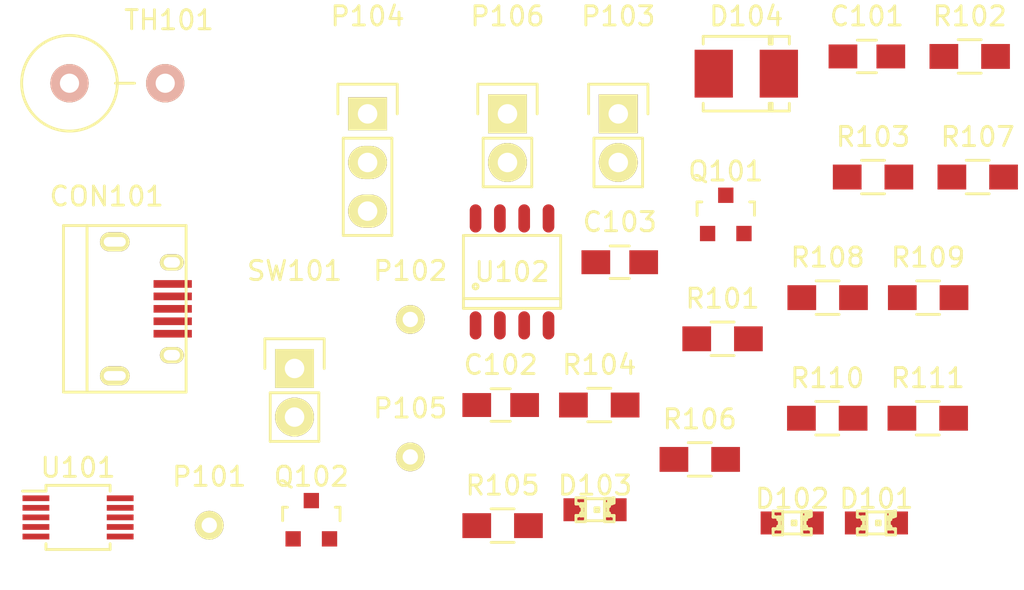
<source format=kicad_pcb>
(kicad_pcb (version 4) (host pcbnew "(2015-04-23 BZR 5622)-product")

  (general
    (links 61)
    (no_connects 61)
    (area 0 0 0 0)
    (thickness 1.6)
    (drawings 0)
    (tracks 0)
    (zones 0)
    (modules 31)
    (nets 23)
  )

  (page A4)
  (layers
    (0 F.Cu signal)
    (31 B.Cu signal)
    (32 B.Adhes user)
    (33 F.Adhes user)
    (34 B.Paste user)
    (35 F.Paste user)
    (36 B.SilkS user)
    (37 F.SilkS user)
    (38 B.Mask user)
    (39 F.Mask user)
    (40 Dwgs.User user)
    (41 Cmts.User user)
    (42 Eco1.User user)
    (43 Eco2.User user)
    (44 Edge.Cuts user)
    (45 Margin user)
    (46 B.CrtYd user)
    (47 F.CrtYd user)
    (48 B.Fab user)
    (49 F.Fab user)
  )

  (setup
    (last_trace_width 0.25)
    (trace_clearance 0.2)
    (zone_clearance 0.508)
    (zone_45_only no)
    (trace_min 0.2)
    (segment_width 0.2)
    (edge_width 0.1)
    (via_size 0.6)
    (via_drill 0.4)
    (via_min_size 0.4)
    (via_min_drill 0.3)
    (uvia_size 0.3)
    (uvia_drill 0.1)
    (uvias_allowed no)
    (uvia_min_size 0.2)
    (uvia_min_drill 0.1)
    (pcb_text_width 0.3)
    (pcb_text_size 1.5 1.5)
    (mod_edge_width 0.15)
    (mod_text_size 1 1)
    (mod_text_width 0.15)
    (pad_size 1.5 1.5)
    (pad_drill 0.6)
    (pad_to_mask_clearance 0)
    (aux_axis_origin 0 0)
    (visible_elements FFFFF77F)
    (pcbplotparams
      (layerselection 0x00030_80000001)
      (usegerberextensions false)
      (excludeedgelayer true)
      (linewidth 0.100000)
      (plotframeref false)
      (viasonmask false)
      (mode 1)
      (useauxorigin false)
      (hpglpennumber 1)
      (hpglpenspeed 20)
      (hpglpendiameter 15)
      (hpglpenoverlay 2)
      (psnegative false)
      (psa4output false)
      (plotreference true)
      (plotvalue true)
      (plotinvisibletext false)
      (padsonsilk false)
      (subtractmaskfromsilk false)
      (outputformat 1)
      (mirror false)
      (drillshape 1)
      (scaleselection 1)
      (outputdirectory ""))
  )

  (net 0 "")
  (net 1 "Net-(C101-Pad1)")
  (net 2 GND)
  (net 3 "Net-(C102-Pad1)")
  (net 4 "Net-(C103-Pad1)")
  (net 5 "Net-(CON101-Pad2)")
  (net 6 "Net-(CON101-Pad3)")
  (net 7 "Net-(CON101-Pad4)")
  (net 8 "Net-(D101-Pad2)")
  (net 9 "Net-(D102-Pad2)")
  (net 10 "Net-(D103-Pad2)")
  (net 11 "Net-(P104-Pad1)")
  (net 12 "Net-(P104-Pad2)")
  (net 13 "Net-(Q101-Pad1)")
  (net 14 "Net-(Q101-Pad3)")
  (net 15 "Net-(Q102-Pad1)")
  (net 16 "Net-(Q102-Pad3)")
  (net 17 "Net-(R104-Pad1)")
  (net 18 "Net-(R105-Pad1)")
  (net 19 "Net-(R107-Pad1)")
  (net 20 "Net-(R108-Pad1)")
  (net 21 "Net-(TH101-Pad2)")
  (net 22 "Net-(D104-Pad2)")

  (net_class Default "This is the default net class."
    (clearance 0.2)
    (trace_width 0.25)
    (via_dia 0.6)
    (via_drill 0.4)
    (uvia_dia 0.3)
    (uvia_drill 0.1)
    (add_net GND)
    (add_net "Net-(C101-Pad1)")
    (add_net "Net-(C102-Pad1)")
    (add_net "Net-(C103-Pad1)")
    (add_net "Net-(CON101-Pad2)")
    (add_net "Net-(CON101-Pad3)")
    (add_net "Net-(CON101-Pad4)")
    (add_net "Net-(D101-Pad2)")
    (add_net "Net-(D102-Pad2)")
    (add_net "Net-(D103-Pad2)")
    (add_net "Net-(D104-Pad2)")
    (add_net "Net-(P104-Pad1)")
    (add_net "Net-(P104-Pad2)")
    (add_net "Net-(Q101-Pad1)")
    (add_net "Net-(Q101-Pad3)")
    (add_net "Net-(Q102-Pad1)")
    (add_net "Net-(Q102-Pad3)")
    (add_net "Net-(R104-Pad1)")
    (add_net "Net-(R105-Pad1)")
    (add_net "Net-(R107-Pad1)")
    (add_net "Net-(R108-Pad1)")
    (add_net "Net-(TH101-Pad2)")
  )

  (module Capacitors_SMD:C_0805_HandSoldering (layer F.Cu) (tedit 541A9B8D) (tstamp 553CADB3)
    (at 165.069001 109.0922)
    (descr "Capacitor SMD 0805, hand soldering")
    (tags "capacitor 0805")
    (path /553C079A)
    (attr smd)
    (fp_text reference C101 (at 0 -2.1) (layer F.SilkS)
      (effects (font (size 1 1) (thickness 0.15)))
    )
    (fp_text value 4.7uf (at 0 2.1) (layer F.Fab)
      (effects (font (size 1 1) (thickness 0.15)))
    )
    (fp_line (start -2.3 -1) (end 2.3 -1) (layer F.CrtYd) (width 0.05))
    (fp_line (start -2.3 1) (end 2.3 1) (layer F.CrtYd) (width 0.05))
    (fp_line (start -2.3 -1) (end -2.3 1) (layer F.CrtYd) (width 0.05))
    (fp_line (start 2.3 -1) (end 2.3 1) (layer F.CrtYd) (width 0.05))
    (fp_line (start 0.5 -0.85) (end -0.5 -0.85) (layer F.SilkS) (width 0.15))
    (fp_line (start -0.5 0.85) (end 0.5 0.85) (layer F.SilkS) (width 0.15))
    (pad 1 smd rect (at -1.25 0) (size 1.5 1.25) (layers F.Cu F.Paste F.Mask)
      (net 1 "Net-(C101-Pad1)"))
    (pad 2 smd rect (at 1.25 0) (size 1.5 1.25) (layers F.Cu F.Paste F.Mask)
      (net 2 GND))
    (model Capacitors_SMD.3dshapes/C_0805_HandSoldering.wrl
      (at (xyz 0 0 0))
      (scale (xyz 1 1 1))
      (rotate (xyz 0 0 0))
    )
  )

  (module Capacitors_SMD:C_0805_HandSoldering (layer F.Cu) (tedit 541A9B8D) (tstamp 553CADB9)
    (at 145.939001 127.3022)
    (descr "Capacitor SMD 0805, hand soldering")
    (tags "capacitor 0805")
    (path /5538BD00)
    (attr smd)
    (fp_text reference C102 (at 0 -2.1) (layer F.SilkS)
      (effects (font (size 1 1) (thickness 0.15)))
    )
    (fp_text value 4.7uf (at 0 2.1) (layer F.Fab)
      (effects (font (size 1 1) (thickness 0.15)))
    )
    (fp_line (start -2.3 -1) (end 2.3 -1) (layer F.CrtYd) (width 0.05))
    (fp_line (start -2.3 1) (end 2.3 1) (layer F.CrtYd) (width 0.05))
    (fp_line (start -2.3 -1) (end -2.3 1) (layer F.CrtYd) (width 0.05))
    (fp_line (start 2.3 -1) (end 2.3 1) (layer F.CrtYd) (width 0.05))
    (fp_line (start 0.5 -0.85) (end -0.5 -0.85) (layer F.SilkS) (width 0.15))
    (fp_line (start -0.5 0.85) (end 0.5 0.85) (layer F.SilkS) (width 0.15))
    (pad 1 smd rect (at -1.25 0) (size 1.5 1.25) (layers F.Cu F.Paste F.Mask)
      (net 3 "Net-(C102-Pad1)"))
    (pad 2 smd rect (at 1.25 0) (size 1.5 1.25) (layers F.Cu F.Paste F.Mask)
      (net 2 GND))
    (model Capacitors_SMD.3dshapes/C_0805_HandSoldering.wrl
      (at (xyz 0 0 0))
      (scale (xyz 1 1 1))
      (rotate (xyz 0 0 0))
    )
  )

  (module Capacitors_SMD:C_0805_HandSoldering (layer F.Cu) (tedit 541A9B8D) (tstamp 553CADBF)
    (at 152.159001 119.8422)
    (descr "Capacitor SMD 0805, hand soldering")
    (tags "capacitor 0805")
    (path /5538B5A3)
    (attr smd)
    (fp_text reference C103 (at 0 -2.1) (layer F.SilkS)
      (effects (font (size 1 1) (thickness 0.15)))
    )
    (fp_text value 1uf (at 0 2.1) (layer F.Fab)
      (effects (font (size 1 1) (thickness 0.15)))
    )
    (fp_line (start -2.3 -1) (end 2.3 -1) (layer F.CrtYd) (width 0.05))
    (fp_line (start -2.3 1) (end 2.3 1) (layer F.CrtYd) (width 0.05))
    (fp_line (start -2.3 -1) (end -2.3 1) (layer F.CrtYd) (width 0.05))
    (fp_line (start 2.3 -1) (end 2.3 1) (layer F.CrtYd) (width 0.05))
    (fp_line (start 0.5 -0.85) (end -0.5 -0.85) (layer F.SilkS) (width 0.15))
    (fp_line (start -0.5 0.85) (end 0.5 0.85) (layer F.SilkS) (width 0.15))
    (pad 1 smd rect (at -1.25 0) (size 1.5 1.25) (layers F.Cu F.Paste F.Mask)
      (net 4 "Net-(C103-Pad1)"))
    (pad 2 smd rect (at 1.25 0) (size 1.5 1.25) (layers F.Cu F.Paste F.Mask)
      (net 2 GND))
    (model Capacitors_SMD.3dshapes/C_0805_HandSoldering.wrl
      (at (xyz 0 0 0))
      (scale (xyz 1 1 1))
      (rotate (xyz 0 0 0))
    )
  )

  (module CSBattery:USB_Micro-B_Custom (layer F.Cu) (tedit 553C9DA6) (tstamp 553CADD1)
    (at 126.194428 122.2726)
    (descr "Micro USB Type B Receptacle")
    (tags "USB, micro, type B, receptacle")
    (path /5537FC70)
    (fp_text reference CON101 (at -0.839 -5.8704) (layer F.SilkS)
      (effects (font (size 1 1) (thickness 0.15)))
    )
    (fp_text value USB-MICRO-B (at -0.714 6.2046) (layer F.Fab)
      (effects (font (size 1 1) (thickness 0.15)))
    )
    (fp_line (start -3.094 -4.3454) (end -3.094 4.3546) (layer F.SilkS) (width 0.15))
    (fp_line (start 3.311 -4.3454) (end 3.311 4.3546) (layer F.SilkS) (width 0.15))
    (fp_line (start 3.311 4.3546) (end -3.094 4.3546) (layer F.SilkS) (width 0.15))
    (fp_line (start -1.864 4.3546) (end -1.864 -4.3454) (layer F.SilkS) (width 0.15))
    (fp_line (start -3.094 -4.3454) (end 3.311 -4.3454) (layer F.SilkS) (width 0.15))
    (pad 1 smd rect (at 2.6114 -1.2954) (size 2 0.4) (layers F.Cu F.Paste F.Mask)
      (net 1 "Net-(C101-Pad1)"))
    (pad 2 smd rect (at 2.6114 -0.6454) (size 2 0.4) (layers F.Cu F.Paste F.Mask)
      (net 5 "Net-(CON101-Pad2)"))
    (pad 3 smd rect (at 2.6114 0.0046) (size 2 0.4) (layers F.Cu F.Paste F.Mask)
      (net 6 "Net-(CON101-Pad3)"))
    (pad 4 smd rect (at 2.6114 0.6546) (size 2 0.4) (layers F.Cu F.Paste F.Mask)
      (net 7 "Net-(CON101-Pad4)"))
    (pad 5 smd rect (at 2.6114 1.3046) (size 2 0.4) (layers F.Cu F.Paste F.Mask)
      (net 2 GND))
    (pad 6 thru_hole oval (at 2.566 -2.4204) (size 1.25 0.85) (drill oval 0.85 0.55) (layers *.Cu *.Mask F.SilkS)
      (net 2 GND))
    (pad 7 thru_hole oval (at 2.566 2.4246) (size 1.25 0.85) (drill oval 0.85 0.55) (layers *.Cu *.Mask F.SilkS)
      (net 2 GND))
    (pad 8 thru_hole oval (at -0.414 -3.4954) (size 1.55 1) (drill oval 1.15 0.5) (layers *.Cu *.Mask F.SilkS)
      (net 2 GND))
    (pad 9 thru_hole oval (at -0.414 3.5046) (size 1.55 1) (drill oval 1.15 0.5) (layers *.Cu *.Mask F.SilkS)
      (net 2 GND))
  )

  (module LEDs:LED-0805 (layer F.Cu) (tedit 0) (tstamp 553CADD7)
    (at 165.567571 133.4622)
    (descr "LED 0805 smd package")
    (tags "LED 0805 SMD")
    (path /55390065)
    (attr smd)
    (fp_text reference D101 (at 0 -1.27) (layer F.SilkS)
      (effects (font (size 1 1) (thickness 0.15)))
    )
    (fp_text value LED (at 0 1.27) (layer F.Fab)
      (effects (font (size 1 1) (thickness 0.15)))
    )
    (fp_line (start 0.49784 0.29972) (end 0.49784 0.62484) (layer F.SilkS) (width 0.15))
    (fp_line (start 0.49784 0.62484) (end 0.99822 0.62484) (layer F.SilkS) (width 0.15))
    (fp_line (start 0.99822 0.29972) (end 0.99822 0.62484) (layer F.SilkS) (width 0.15))
    (fp_line (start 0.49784 0.29972) (end 0.99822 0.29972) (layer F.SilkS) (width 0.15))
    (fp_line (start 0.49784 -0.32258) (end 0.49784 -0.17272) (layer F.SilkS) (width 0.15))
    (fp_line (start 0.49784 -0.17272) (end 0.7493 -0.17272) (layer F.SilkS) (width 0.15))
    (fp_line (start 0.7493 -0.32258) (end 0.7493 -0.17272) (layer F.SilkS) (width 0.15))
    (fp_line (start 0.49784 -0.32258) (end 0.7493 -0.32258) (layer F.SilkS) (width 0.15))
    (fp_line (start 0.49784 0.17272) (end 0.49784 0.32258) (layer F.SilkS) (width 0.15))
    (fp_line (start 0.49784 0.32258) (end 0.7493 0.32258) (layer F.SilkS) (width 0.15))
    (fp_line (start 0.7493 0.17272) (end 0.7493 0.32258) (layer F.SilkS) (width 0.15))
    (fp_line (start 0.49784 0.17272) (end 0.7493 0.17272) (layer F.SilkS) (width 0.15))
    (fp_line (start 0.49784 -0.19812) (end 0.49784 0.19812) (layer F.SilkS) (width 0.15))
    (fp_line (start 0.49784 0.19812) (end 0.6731 0.19812) (layer F.SilkS) (width 0.15))
    (fp_line (start 0.6731 -0.19812) (end 0.6731 0.19812) (layer F.SilkS) (width 0.15))
    (fp_line (start 0.49784 -0.19812) (end 0.6731 -0.19812) (layer F.SilkS) (width 0.15))
    (fp_line (start -0.99822 0.29972) (end -0.99822 0.62484) (layer F.SilkS) (width 0.15))
    (fp_line (start -0.99822 0.62484) (end -0.49784 0.62484) (layer F.SilkS) (width 0.15))
    (fp_line (start -0.49784 0.29972) (end -0.49784 0.62484) (layer F.SilkS) (width 0.15))
    (fp_line (start -0.99822 0.29972) (end -0.49784 0.29972) (layer F.SilkS) (width 0.15))
    (fp_line (start -0.99822 -0.62484) (end -0.99822 -0.29972) (layer F.SilkS) (width 0.15))
    (fp_line (start -0.99822 -0.29972) (end -0.49784 -0.29972) (layer F.SilkS) (width 0.15))
    (fp_line (start -0.49784 -0.62484) (end -0.49784 -0.29972) (layer F.SilkS) (width 0.15))
    (fp_line (start -0.99822 -0.62484) (end -0.49784 -0.62484) (layer F.SilkS) (width 0.15))
    (fp_line (start -0.7493 0.17272) (end -0.7493 0.32258) (layer F.SilkS) (width 0.15))
    (fp_line (start -0.7493 0.32258) (end -0.49784 0.32258) (layer F.SilkS) (width 0.15))
    (fp_line (start -0.49784 0.17272) (end -0.49784 0.32258) (layer F.SilkS) (width 0.15))
    (fp_line (start -0.7493 0.17272) (end -0.49784 0.17272) (layer F.SilkS) (width 0.15))
    (fp_line (start -0.7493 -0.32258) (end -0.7493 -0.17272) (layer F.SilkS) (width 0.15))
    (fp_line (start -0.7493 -0.17272) (end -0.49784 -0.17272) (layer F.SilkS) (width 0.15))
    (fp_line (start -0.49784 -0.32258) (end -0.49784 -0.17272) (layer F.SilkS) (width 0.15))
    (fp_line (start -0.7493 -0.32258) (end -0.49784 -0.32258) (layer F.SilkS) (width 0.15))
    (fp_line (start -0.6731 -0.19812) (end -0.6731 0.19812) (layer F.SilkS) (width 0.15))
    (fp_line (start -0.6731 0.19812) (end -0.49784 0.19812) (layer F.SilkS) (width 0.15))
    (fp_line (start -0.49784 -0.19812) (end -0.49784 0.19812) (layer F.SilkS) (width 0.15))
    (fp_line (start -0.6731 -0.19812) (end -0.49784 -0.19812) (layer F.SilkS) (width 0.15))
    (fp_line (start 0 -0.09906) (end 0 0.09906) (layer F.SilkS) (width 0.15))
    (fp_line (start 0 0.09906) (end 0.19812 0.09906) (layer F.SilkS) (width 0.15))
    (fp_line (start 0.19812 -0.09906) (end 0.19812 0.09906) (layer F.SilkS) (width 0.15))
    (fp_line (start 0 -0.09906) (end 0.19812 -0.09906) (layer F.SilkS) (width 0.15))
    (fp_line (start 0.49784 -0.59944) (end 0.49784 -0.29972) (layer F.SilkS) (width 0.15))
    (fp_line (start 0.49784 -0.29972) (end 0.79756 -0.29972) (layer F.SilkS) (width 0.15))
    (fp_line (start 0.79756 -0.59944) (end 0.79756 -0.29972) (layer F.SilkS) (width 0.15))
    (fp_line (start 0.49784 -0.59944) (end 0.79756 -0.59944) (layer F.SilkS) (width 0.15))
    (fp_line (start 0.92456 -0.62484) (end 0.92456 -0.39878) (layer F.SilkS) (width 0.15))
    (fp_line (start 0.92456 -0.39878) (end 0.99822 -0.39878) (layer F.SilkS) (width 0.15))
    (fp_line (start 0.99822 -0.62484) (end 0.99822 -0.39878) (layer F.SilkS) (width 0.15))
    (fp_line (start 0.92456 -0.62484) (end 0.99822 -0.62484) (layer F.SilkS) (width 0.15))
    (fp_line (start 0.52324 0.57404) (end -0.52324 0.57404) (layer F.SilkS) (width 0.15))
    (fp_line (start -0.49784 -0.57404) (end 0.92456 -0.57404) (layer F.SilkS) (width 0.15))
    (fp_circle (center 0.84836 -0.44958) (end 0.89916 -0.50038) (layer F.SilkS) (width 0.15))
    (fp_arc (start 0.99822 0) (end 0.99822 0.34798) (angle 180) (layer F.SilkS) (width 0.15))
    (fp_arc (start -0.99822 0) (end -0.99822 -0.34798) (angle 180) (layer F.SilkS) (width 0.15))
    (pad 1 smd rect (at -1.04902 0) (size 1.19888 1.19888) (layers F.Cu F.Paste F.Mask)
      (net 1 "Net-(C101-Pad1)"))
    (pad 2 smd rect (at 1.04902 0) (size 1.19888 1.19888) (layers F.Cu F.Paste F.Mask)
      (net 8 "Net-(D101-Pad2)"))
  )

  (module LEDs:LED-0805 (layer F.Cu) (tedit 0) (tstamp 553CADDD)
    (at 161.167571 133.4622)
    (descr "LED 0805 smd package")
    (tags "LED 0805 SMD")
    (path /5538F146)
    (attr smd)
    (fp_text reference D102 (at 0 -1.27) (layer F.SilkS)
      (effects (font (size 1 1) (thickness 0.15)))
    )
    (fp_text value LED (at 0 1.27) (layer F.Fab)
      (effects (font (size 1 1) (thickness 0.15)))
    )
    (fp_line (start 0.49784 0.29972) (end 0.49784 0.62484) (layer F.SilkS) (width 0.15))
    (fp_line (start 0.49784 0.62484) (end 0.99822 0.62484) (layer F.SilkS) (width 0.15))
    (fp_line (start 0.99822 0.29972) (end 0.99822 0.62484) (layer F.SilkS) (width 0.15))
    (fp_line (start 0.49784 0.29972) (end 0.99822 0.29972) (layer F.SilkS) (width 0.15))
    (fp_line (start 0.49784 -0.32258) (end 0.49784 -0.17272) (layer F.SilkS) (width 0.15))
    (fp_line (start 0.49784 -0.17272) (end 0.7493 -0.17272) (layer F.SilkS) (width 0.15))
    (fp_line (start 0.7493 -0.32258) (end 0.7493 -0.17272) (layer F.SilkS) (width 0.15))
    (fp_line (start 0.49784 -0.32258) (end 0.7493 -0.32258) (layer F.SilkS) (width 0.15))
    (fp_line (start 0.49784 0.17272) (end 0.49784 0.32258) (layer F.SilkS) (width 0.15))
    (fp_line (start 0.49784 0.32258) (end 0.7493 0.32258) (layer F.SilkS) (width 0.15))
    (fp_line (start 0.7493 0.17272) (end 0.7493 0.32258) (layer F.SilkS) (width 0.15))
    (fp_line (start 0.49784 0.17272) (end 0.7493 0.17272) (layer F.SilkS) (width 0.15))
    (fp_line (start 0.49784 -0.19812) (end 0.49784 0.19812) (layer F.SilkS) (width 0.15))
    (fp_line (start 0.49784 0.19812) (end 0.6731 0.19812) (layer F.SilkS) (width 0.15))
    (fp_line (start 0.6731 -0.19812) (end 0.6731 0.19812) (layer F.SilkS) (width 0.15))
    (fp_line (start 0.49784 -0.19812) (end 0.6731 -0.19812) (layer F.SilkS) (width 0.15))
    (fp_line (start -0.99822 0.29972) (end -0.99822 0.62484) (layer F.SilkS) (width 0.15))
    (fp_line (start -0.99822 0.62484) (end -0.49784 0.62484) (layer F.SilkS) (width 0.15))
    (fp_line (start -0.49784 0.29972) (end -0.49784 0.62484) (layer F.SilkS) (width 0.15))
    (fp_line (start -0.99822 0.29972) (end -0.49784 0.29972) (layer F.SilkS) (width 0.15))
    (fp_line (start -0.99822 -0.62484) (end -0.99822 -0.29972) (layer F.SilkS) (width 0.15))
    (fp_line (start -0.99822 -0.29972) (end -0.49784 -0.29972) (layer F.SilkS) (width 0.15))
    (fp_line (start -0.49784 -0.62484) (end -0.49784 -0.29972) (layer F.SilkS) (width 0.15))
    (fp_line (start -0.99822 -0.62484) (end -0.49784 -0.62484) (layer F.SilkS) (width 0.15))
    (fp_line (start -0.7493 0.17272) (end -0.7493 0.32258) (layer F.SilkS) (width 0.15))
    (fp_line (start -0.7493 0.32258) (end -0.49784 0.32258) (layer F.SilkS) (width 0.15))
    (fp_line (start -0.49784 0.17272) (end -0.49784 0.32258) (layer F.SilkS) (width 0.15))
    (fp_line (start -0.7493 0.17272) (end -0.49784 0.17272) (layer F.SilkS) (width 0.15))
    (fp_line (start -0.7493 -0.32258) (end -0.7493 -0.17272) (layer F.SilkS) (width 0.15))
    (fp_line (start -0.7493 -0.17272) (end -0.49784 -0.17272) (layer F.SilkS) (width 0.15))
    (fp_line (start -0.49784 -0.32258) (end -0.49784 -0.17272) (layer F.SilkS) (width 0.15))
    (fp_line (start -0.7493 -0.32258) (end -0.49784 -0.32258) (layer F.SilkS) (width 0.15))
    (fp_line (start -0.6731 -0.19812) (end -0.6731 0.19812) (layer F.SilkS) (width 0.15))
    (fp_line (start -0.6731 0.19812) (end -0.49784 0.19812) (layer F.SilkS) (width 0.15))
    (fp_line (start -0.49784 -0.19812) (end -0.49784 0.19812) (layer F.SilkS) (width 0.15))
    (fp_line (start -0.6731 -0.19812) (end -0.49784 -0.19812) (layer F.SilkS) (width 0.15))
    (fp_line (start 0 -0.09906) (end 0 0.09906) (layer F.SilkS) (width 0.15))
    (fp_line (start 0 0.09906) (end 0.19812 0.09906) (layer F.SilkS) (width 0.15))
    (fp_line (start 0.19812 -0.09906) (end 0.19812 0.09906) (layer F.SilkS) (width 0.15))
    (fp_line (start 0 -0.09906) (end 0.19812 -0.09906) (layer F.SilkS) (width 0.15))
    (fp_line (start 0.49784 -0.59944) (end 0.49784 -0.29972) (layer F.SilkS) (width 0.15))
    (fp_line (start 0.49784 -0.29972) (end 0.79756 -0.29972) (layer F.SilkS) (width 0.15))
    (fp_line (start 0.79756 -0.59944) (end 0.79756 -0.29972) (layer F.SilkS) (width 0.15))
    (fp_line (start 0.49784 -0.59944) (end 0.79756 -0.59944) (layer F.SilkS) (width 0.15))
    (fp_line (start 0.92456 -0.62484) (end 0.92456 -0.39878) (layer F.SilkS) (width 0.15))
    (fp_line (start 0.92456 -0.39878) (end 0.99822 -0.39878) (layer F.SilkS) (width 0.15))
    (fp_line (start 0.99822 -0.62484) (end 0.99822 -0.39878) (layer F.SilkS) (width 0.15))
    (fp_line (start 0.92456 -0.62484) (end 0.99822 -0.62484) (layer F.SilkS) (width 0.15))
    (fp_line (start 0.52324 0.57404) (end -0.52324 0.57404) (layer F.SilkS) (width 0.15))
    (fp_line (start -0.49784 -0.57404) (end 0.92456 -0.57404) (layer F.SilkS) (width 0.15))
    (fp_circle (center 0.84836 -0.44958) (end 0.89916 -0.50038) (layer F.SilkS) (width 0.15))
    (fp_arc (start 0.99822 0) (end 0.99822 0.34798) (angle 180) (layer F.SilkS) (width 0.15))
    (fp_arc (start -0.99822 0) (end -0.99822 -0.34798) (angle 180) (layer F.SilkS) (width 0.15))
    (pad 1 smd rect (at -1.04902 0) (size 1.19888 1.19888) (layers F.Cu F.Paste F.Mask)
      (net 1 "Net-(C101-Pad1)"))
    (pad 2 smd rect (at 1.04902 0) (size 1.19888 1.19888) (layers F.Cu F.Paste F.Mask)
      (net 9 "Net-(D102-Pad2)"))
  )

  (module LEDs:LED-0805 (layer F.Cu) (tedit 0) (tstamp 553CADE3)
    (at 150.867571 132.7722)
    (descr "LED 0805 smd package")
    (tags "LED 0805 SMD")
    (path /5538F1AF)
    (attr smd)
    (fp_text reference D103 (at 0 -1.27) (layer F.SilkS)
      (effects (font (size 1 1) (thickness 0.15)))
    )
    (fp_text value LED (at 0 1.27) (layer F.Fab)
      (effects (font (size 1 1) (thickness 0.15)))
    )
    (fp_line (start 0.49784 0.29972) (end 0.49784 0.62484) (layer F.SilkS) (width 0.15))
    (fp_line (start 0.49784 0.62484) (end 0.99822 0.62484) (layer F.SilkS) (width 0.15))
    (fp_line (start 0.99822 0.29972) (end 0.99822 0.62484) (layer F.SilkS) (width 0.15))
    (fp_line (start 0.49784 0.29972) (end 0.99822 0.29972) (layer F.SilkS) (width 0.15))
    (fp_line (start 0.49784 -0.32258) (end 0.49784 -0.17272) (layer F.SilkS) (width 0.15))
    (fp_line (start 0.49784 -0.17272) (end 0.7493 -0.17272) (layer F.SilkS) (width 0.15))
    (fp_line (start 0.7493 -0.32258) (end 0.7493 -0.17272) (layer F.SilkS) (width 0.15))
    (fp_line (start 0.49784 -0.32258) (end 0.7493 -0.32258) (layer F.SilkS) (width 0.15))
    (fp_line (start 0.49784 0.17272) (end 0.49784 0.32258) (layer F.SilkS) (width 0.15))
    (fp_line (start 0.49784 0.32258) (end 0.7493 0.32258) (layer F.SilkS) (width 0.15))
    (fp_line (start 0.7493 0.17272) (end 0.7493 0.32258) (layer F.SilkS) (width 0.15))
    (fp_line (start 0.49784 0.17272) (end 0.7493 0.17272) (layer F.SilkS) (width 0.15))
    (fp_line (start 0.49784 -0.19812) (end 0.49784 0.19812) (layer F.SilkS) (width 0.15))
    (fp_line (start 0.49784 0.19812) (end 0.6731 0.19812) (layer F.SilkS) (width 0.15))
    (fp_line (start 0.6731 -0.19812) (end 0.6731 0.19812) (layer F.SilkS) (width 0.15))
    (fp_line (start 0.49784 -0.19812) (end 0.6731 -0.19812) (layer F.SilkS) (width 0.15))
    (fp_line (start -0.99822 0.29972) (end -0.99822 0.62484) (layer F.SilkS) (width 0.15))
    (fp_line (start -0.99822 0.62484) (end -0.49784 0.62484) (layer F.SilkS) (width 0.15))
    (fp_line (start -0.49784 0.29972) (end -0.49784 0.62484) (layer F.SilkS) (width 0.15))
    (fp_line (start -0.99822 0.29972) (end -0.49784 0.29972) (layer F.SilkS) (width 0.15))
    (fp_line (start -0.99822 -0.62484) (end -0.99822 -0.29972) (layer F.SilkS) (width 0.15))
    (fp_line (start -0.99822 -0.29972) (end -0.49784 -0.29972) (layer F.SilkS) (width 0.15))
    (fp_line (start -0.49784 -0.62484) (end -0.49784 -0.29972) (layer F.SilkS) (width 0.15))
    (fp_line (start -0.99822 -0.62484) (end -0.49784 -0.62484) (layer F.SilkS) (width 0.15))
    (fp_line (start -0.7493 0.17272) (end -0.7493 0.32258) (layer F.SilkS) (width 0.15))
    (fp_line (start -0.7493 0.32258) (end -0.49784 0.32258) (layer F.SilkS) (width 0.15))
    (fp_line (start -0.49784 0.17272) (end -0.49784 0.32258) (layer F.SilkS) (width 0.15))
    (fp_line (start -0.7493 0.17272) (end -0.49784 0.17272) (layer F.SilkS) (width 0.15))
    (fp_line (start -0.7493 -0.32258) (end -0.7493 -0.17272) (layer F.SilkS) (width 0.15))
    (fp_line (start -0.7493 -0.17272) (end -0.49784 -0.17272) (layer F.SilkS) (width 0.15))
    (fp_line (start -0.49784 -0.32258) (end -0.49784 -0.17272) (layer F.SilkS) (width 0.15))
    (fp_line (start -0.7493 -0.32258) (end -0.49784 -0.32258) (layer F.SilkS) (width 0.15))
    (fp_line (start -0.6731 -0.19812) (end -0.6731 0.19812) (layer F.SilkS) (width 0.15))
    (fp_line (start -0.6731 0.19812) (end -0.49784 0.19812) (layer F.SilkS) (width 0.15))
    (fp_line (start -0.49784 -0.19812) (end -0.49784 0.19812) (layer F.SilkS) (width 0.15))
    (fp_line (start -0.6731 -0.19812) (end -0.49784 -0.19812) (layer F.SilkS) (width 0.15))
    (fp_line (start 0 -0.09906) (end 0 0.09906) (layer F.SilkS) (width 0.15))
    (fp_line (start 0 0.09906) (end 0.19812 0.09906) (layer F.SilkS) (width 0.15))
    (fp_line (start 0.19812 -0.09906) (end 0.19812 0.09906) (layer F.SilkS) (width 0.15))
    (fp_line (start 0 -0.09906) (end 0.19812 -0.09906) (layer F.SilkS) (width 0.15))
    (fp_line (start 0.49784 -0.59944) (end 0.49784 -0.29972) (layer F.SilkS) (width 0.15))
    (fp_line (start 0.49784 -0.29972) (end 0.79756 -0.29972) (layer F.SilkS) (width 0.15))
    (fp_line (start 0.79756 -0.59944) (end 0.79756 -0.29972) (layer F.SilkS) (width 0.15))
    (fp_line (start 0.49784 -0.59944) (end 0.79756 -0.59944) (layer F.SilkS) (width 0.15))
    (fp_line (start 0.92456 -0.62484) (end 0.92456 -0.39878) (layer F.SilkS) (width 0.15))
    (fp_line (start 0.92456 -0.39878) (end 0.99822 -0.39878) (layer F.SilkS) (width 0.15))
    (fp_line (start 0.99822 -0.62484) (end 0.99822 -0.39878) (layer F.SilkS) (width 0.15))
    (fp_line (start 0.92456 -0.62484) (end 0.99822 -0.62484) (layer F.SilkS) (width 0.15))
    (fp_line (start 0.52324 0.57404) (end -0.52324 0.57404) (layer F.SilkS) (width 0.15))
    (fp_line (start -0.49784 -0.57404) (end 0.92456 -0.57404) (layer F.SilkS) (width 0.15))
    (fp_circle (center 0.84836 -0.44958) (end 0.89916 -0.50038) (layer F.SilkS) (width 0.15))
    (fp_arc (start 0.99822 0) (end 0.99822 0.34798) (angle 180) (layer F.SilkS) (width 0.15))
    (fp_arc (start -0.99822 0) (end -0.99822 -0.34798) (angle 180) (layer F.SilkS) (width 0.15))
    (pad 1 smd rect (at -1.04902 0) (size 1.19888 1.19888) (layers F.Cu F.Paste F.Mask)
      (net 1 "Net-(C101-Pad1)"))
    (pad 2 smd rect (at 1.04902 0) (size 1.19888 1.19888) (layers F.Cu F.Paste F.Mask)
      (net 10 "Net-(D103-Pad2)"))
  )

  (module Measurement_Points:Measurement_Point_Round-TH_Small (layer F.Cu) (tedit 0) (tstamp 553CADE8)
    (at 130.716143 133.5822)
    (descr "Mesurement Point, Square, Trough Hole,  DM 1.5mm, Drill 0.8mm,")
    (tags "Mesurement Point, Square, Trough Hole, DM 1.5mm, Drill 0.8mm,")
    (path /5538E80B)
    (fp_text reference P101 (at 0 -2.54) (layer F.SilkS)
      (effects (font (size 1 1) (thickness 0.15)))
    )
    (fp_text value USB5v (at 0 2.54) (layer F.Fab)
      (effects (font (size 1 1) (thickness 0.15)))
    )
    (pad 1 thru_hole circle (at 0 0) (size 1.50114 1.50114) (drill 0.8001) (layers *.Cu *.Mask F.SilkS)
      (net 1 "Net-(C101-Pad1)"))
  )

  (module Measurement_Points:Measurement_Point_Round-TH_Small (layer F.Cu) (tedit 0) (tstamp 553CADED)
    (at 141.217571 122.8322)
    (descr "Mesurement Point, Square, Trough Hole,  DM 1.5mm, Drill 0.8mm,")
    (tags "Mesurement Point, Square, Trough Hole, DM 1.5mm, Drill 0.8mm,")
    (path /5538E5BE)
    (fp_text reference P102 (at 0 -2.54) (layer F.SilkS)
      (effects (font (size 1 1) (thickness 0.15)))
    )
    (fp_text value ChgV (at 0 2.54) (layer F.Fab)
      (effects (font (size 1 1) (thickness 0.15)))
    )
    (pad 1 thru_hole circle (at 0 0) (size 1.50114 1.50114) (drill 0.8001) (layers *.Cu *.Mask F.SilkS)
      (net 3 "Net-(C102-Pad1)"))
  )

  (module Pin_Headers:Pin_Header_Straight_1x02 (layer F.Cu) (tedit 54EA090C) (tstamp 553CADF3)
    (at 152.081858 112.0922)
    (descr "Through hole pin header")
    (tags "pin header")
    (path /5538BC92)
    (fp_text reference P103 (at 0 -5.1) (layer F.SilkS)
      (effects (font (size 1 1) (thickness 0.15)))
    )
    (fp_text value Battery (at 0 -3.1) (layer F.Fab)
      (effects (font (size 1 1) (thickness 0.15)))
    )
    (fp_line (start 1.27 1.27) (end 1.27 3.81) (layer F.SilkS) (width 0.15))
    (fp_line (start 1.55 -1.55) (end 1.55 0) (layer F.SilkS) (width 0.15))
    (fp_line (start -1.75 -1.75) (end -1.75 4.3) (layer F.CrtYd) (width 0.05))
    (fp_line (start 1.75 -1.75) (end 1.75 4.3) (layer F.CrtYd) (width 0.05))
    (fp_line (start -1.75 -1.75) (end 1.75 -1.75) (layer F.CrtYd) (width 0.05))
    (fp_line (start -1.75 4.3) (end 1.75 4.3) (layer F.CrtYd) (width 0.05))
    (fp_line (start 1.27 1.27) (end -1.27 1.27) (layer F.SilkS) (width 0.15))
    (fp_line (start -1.55 0) (end -1.55 -1.55) (layer F.SilkS) (width 0.15))
    (fp_line (start -1.55 -1.55) (end 1.55 -1.55) (layer F.SilkS) (width 0.15))
    (fp_line (start -1.27 1.27) (end -1.27 3.81) (layer F.SilkS) (width 0.15))
    (fp_line (start -1.27 3.81) (end 1.27 3.81) (layer F.SilkS) (width 0.15))
    (pad 1 thru_hole rect (at 0 0) (size 2.032 2.032) (drill 1.016) (layers *.Cu *.Mask F.SilkS)
      (net 3 "Net-(C102-Pad1)"))
    (pad 2 thru_hole oval (at 0 2.54) (size 2.032 2.032) (drill 1.016) (layers *.Cu *.Mask F.SilkS)
      (net 2 GND))
    (model Pin_Headers.3dshapes/Pin_Header_Straight_1x02.wrl
      (at (xyz 0 -0.05 0))
      (scale (xyz 1 1 1))
      (rotate (xyz 0 0 90))
    )
  )

  (module Measurement_Points:Measurement_Point_Round-TH_Small (layer F.Cu) (tedit 0) (tstamp 553CADFE)
    (at 141.217571 130.0122)
    (descr "Mesurement Point, Square, Trough Hole,  DM 1.5mm, Drill 0.8mm,")
    (tags "Mesurement Point, Square, Trough Hole, DM 1.5mm, Drill 0.8mm,")
    (path /553992E6)
    (fp_text reference P105 (at 0 -2.54) (layer F.SilkS)
      (effects (font (size 1 1) (thickness 0.15)))
    )
    (fp_text value Gnd (at 0 2.54) (layer F.Fab)
      (effects (font (size 1 1) (thickness 0.15)))
    )
    (pad 1 thru_hole circle (at 0 0) (size 1.50114 1.50114) (drill 0.8001) (layers *.Cu *.Mask F.SilkS)
      (net 2 GND))
  )

  (module Pin_Headers:Pin_Header_Straight_1x02 (layer F.Cu) (tedit 54EA090C) (tstamp 553CAE04)
    (at 146.294238 112.0922)
    (descr "Through hole pin header")
    (tags "pin header")
    (path /553820C5)
    (fp_text reference P106 (at 0 -5.1) (layer F.SilkS)
      (effects (font (size 1 1) (thickness 0.15)))
    )
    (fp_text value PwrOut (at 0 -3.1) (layer F.Fab)
      (effects (font (size 1 1) (thickness 0.15)))
    )
    (fp_line (start 1.27 1.27) (end 1.27 3.81) (layer F.SilkS) (width 0.15))
    (fp_line (start 1.55 -1.55) (end 1.55 0) (layer F.SilkS) (width 0.15))
    (fp_line (start -1.75 -1.75) (end -1.75 4.3) (layer F.CrtYd) (width 0.05))
    (fp_line (start 1.75 -1.75) (end 1.75 4.3) (layer F.CrtYd) (width 0.05))
    (fp_line (start -1.75 -1.75) (end 1.75 -1.75) (layer F.CrtYd) (width 0.05))
    (fp_line (start -1.75 4.3) (end 1.75 4.3) (layer F.CrtYd) (width 0.05))
    (fp_line (start 1.27 1.27) (end -1.27 1.27) (layer F.SilkS) (width 0.15))
    (fp_line (start -1.55 0) (end -1.55 -1.55) (layer F.SilkS) (width 0.15))
    (fp_line (start -1.55 -1.55) (end 1.55 -1.55) (layer F.SilkS) (width 0.15))
    (fp_line (start -1.27 1.27) (end -1.27 3.81) (layer F.SilkS) (width 0.15))
    (fp_line (start -1.27 3.81) (end 1.27 3.81) (layer F.SilkS) (width 0.15))
    (pad 1 thru_hole rect (at 0 0) (size 2.032 2.032) (drill 1.016) (layers *.Cu *.Mask F.SilkS)
      (net 22 "Net-(D104-Pad2)"))
    (pad 2 thru_hole oval (at 0 2.54) (size 2.032 2.032) (drill 1.016) (layers *.Cu *.Mask F.SilkS)
      (net 2 GND))
    (model Pin_Headers.3dshapes/Pin_Header_Straight_1x02.wrl
      (at (xyz 0 -0.05 0))
      (scale (xyz 1 1 1))
      (rotate (xyz 0 0 90))
    )
  )

  (module Housings_SOT-23_SOT-143_TSOT-6:SOT-23 (layer F.Cu) (tedit 553634F8) (tstamp 553CAE0B)
    (at 157.697571 117.3422)
    (descr "SOT-23, Standard")
    (tags SOT-23)
    (path /553811D2)
    (attr smd)
    (fp_text reference Q101 (at 0 -2.25) (layer F.SilkS)
      (effects (font (size 1 1) (thickness 0.15)))
    )
    (fp_text value BC817 (at 0 2.3) (layer F.Fab)
      (effects (font (size 1 1) (thickness 0.15)))
    )
    (fp_line (start -1.65 -1.6) (end 1.65 -1.6) (layer F.CrtYd) (width 0.05))
    (fp_line (start 1.65 -1.6) (end 1.65 1.6) (layer F.CrtYd) (width 0.05))
    (fp_line (start 1.65 1.6) (end -1.65 1.6) (layer F.CrtYd) (width 0.05))
    (fp_line (start -1.65 1.6) (end -1.65 -1.6) (layer F.CrtYd) (width 0.05))
    (fp_line (start 1.29916 -0.65024) (end 1.2509 -0.65024) (layer F.SilkS) (width 0.15))
    (fp_line (start -1.49982 0.0508) (end -1.49982 -0.65024) (layer F.SilkS) (width 0.15))
    (fp_line (start -1.49982 -0.65024) (end -1.2509 -0.65024) (layer F.SilkS) (width 0.15))
    (fp_line (start 1.29916 -0.65024) (end 1.49982 -0.65024) (layer F.SilkS) (width 0.15))
    (fp_line (start 1.49982 -0.65024) (end 1.49982 0.0508) (layer F.SilkS) (width 0.15))
    (pad 1 smd rect (at -0.95 1.00076) (size 0.8001 0.8001) (layers F.Cu F.Paste F.Mask)
      (net 13 "Net-(Q101-Pad1)"))
    (pad 2 smd rect (at 0.95 1.00076) (size 0.8001 0.8001) (layers F.Cu F.Paste F.Mask)
      (net 2 GND))
    (pad 3 smd rect (at 0 -0.99822) (size 0.8001 0.8001) (layers F.Cu F.Paste F.Mask)
      (net 14 "Net-(Q101-Pad3)"))
    (model Housings_SOT-23_SOT-143_TSOT-6.3dshapes/SOT-23.wrl
      (at (xyz 0 0 0))
      (scale (xyz 0.35 0.35 0.35))
      (rotate (xyz 0 0 180))
    )
  )

  (module Housings_SOT-23_SOT-143_TSOT-6:SOT-23 (layer F.Cu) (tedit 553634F8) (tstamp 553CAE12)
    (at 136.047571 133.2922)
    (descr "SOT-23, Standard")
    (tags SOT-23)
    (path /55381215)
    (attr smd)
    (fp_text reference Q102 (at 0 -2.25) (layer F.SilkS)
      (effects (font (size 1 1) (thickness 0.15)))
    )
    (fp_text value BC817 (at 0 2.3) (layer F.Fab)
      (effects (font (size 1 1) (thickness 0.15)))
    )
    (fp_line (start -1.65 -1.6) (end 1.65 -1.6) (layer F.CrtYd) (width 0.05))
    (fp_line (start 1.65 -1.6) (end 1.65 1.6) (layer F.CrtYd) (width 0.05))
    (fp_line (start 1.65 1.6) (end -1.65 1.6) (layer F.CrtYd) (width 0.05))
    (fp_line (start -1.65 1.6) (end -1.65 -1.6) (layer F.CrtYd) (width 0.05))
    (fp_line (start 1.29916 -0.65024) (end 1.2509 -0.65024) (layer F.SilkS) (width 0.15))
    (fp_line (start -1.49982 0.0508) (end -1.49982 -0.65024) (layer F.SilkS) (width 0.15))
    (fp_line (start -1.49982 -0.65024) (end -1.2509 -0.65024) (layer F.SilkS) (width 0.15))
    (fp_line (start 1.29916 -0.65024) (end 1.49982 -0.65024) (layer F.SilkS) (width 0.15))
    (fp_line (start 1.49982 -0.65024) (end 1.49982 0.0508) (layer F.SilkS) (width 0.15))
    (pad 1 smd rect (at -0.95 1.00076) (size 0.8001 0.8001) (layers F.Cu F.Paste F.Mask)
      (net 15 "Net-(Q102-Pad1)"))
    (pad 2 smd rect (at 0.95 1.00076) (size 0.8001 0.8001) (layers F.Cu F.Paste F.Mask)
      (net 2 GND))
    (pad 3 smd rect (at 0 -0.99822) (size 0.8001 0.8001) (layers F.Cu F.Paste F.Mask)
      (net 16 "Net-(Q102-Pad3)"))
    (model Housings_SOT-23_SOT-143_TSOT-6.3dshapes/SOT-23.wrl
      (at (xyz 0 0 0))
      (scale (xyz 0.35 0.35 0.35))
      (rotate (xyz 0 0 180))
    )
  )

  (module Resistors_SMD:R_0805_HandSoldering (layer F.Cu) (tedit 54189DEE) (tstamp 553CAE18)
    (at 157.530428 123.8422)
    (descr "Resistor SMD 0805, hand soldering")
    (tags "resistor 0805")
    (path /55380031)
    (attr smd)
    (fp_text reference R101 (at 0 -2.1) (layer F.SilkS)
      (effects (font (size 1 1) (thickness 0.15)))
    )
    (fp_text value NOPOP (at 0 2.1) (layer F.Fab)
      (effects (font (size 1 1) (thickness 0.15)))
    )
    (fp_line (start -2.4 -1) (end 2.4 -1) (layer F.CrtYd) (width 0.05))
    (fp_line (start -2.4 1) (end 2.4 1) (layer F.CrtYd) (width 0.05))
    (fp_line (start -2.4 -1) (end -2.4 1) (layer F.CrtYd) (width 0.05))
    (fp_line (start 2.4 -1) (end 2.4 1) (layer F.CrtYd) (width 0.05))
    (fp_line (start 0.6 0.875) (end -0.6 0.875) (layer F.SilkS) (width 0.15))
    (fp_line (start -0.6 -0.875) (end 0.6 -0.875) (layer F.SilkS) (width 0.15))
    (pad 1 smd rect (at -1.35 0) (size 1.5 1.3) (layers F.Cu F.Paste F.Mask)
      (net 2 GND))
    (pad 2 smd rect (at 1.35 0) (size 1.5 1.3) (layers F.Cu F.Paste F.Mask)
      (net 6 "Net-(CON101-Pad3)"))
    (model Resistors_SMD.3dshapes/R_0805_HandSoldering.wrl
      (at (xyz 0 0 0))
      (scale (xyz 1 1 1))
      (rotate (xyz 0 0 0))
    )
  )

  (module Resistors_SMD:R_0805_HandSoldering (layer F.Cu) (tedit 54189DEE) (tstamp 553CAE1E)
    (at 170.440428 109.0922)
    (descr "Resistor SMD 0805, hand soldering")
    (tags "resistor 0805")
    (path /5538005A)
    (attr smd)
    (fp_text reference R102 (at 0 -2.1) (layer F.SilkS)
      (effects (font (size 1 1) (thickness 0.15)))
    )
    (fp_text value NOPOP (at 0 2.1) (layer F.Fab)
      (effects (font (size 1 1) (thickness 0.15)))
    )
    (fp_line (start -2.4 -1) (end 2.4 -1) (layer F.CrtYd) (width 0.05))
    (fp_line (start -2.4 1) (end 2.4 1) (layer F.CrtYd) (width 0.05))
    (fp_line (start -2.4 -1) (end -2.4 1) (layer F.CrtYd) (width 0.05))
    (fp_line (start 2.4 -1) (end 2.4 1) (layer F.CrtYd) (width 0.05))
    (fp_line (start 0.6 0.875) (end -0.6 0.875) (layer F.SilkS) (width 0.15))
    (fp_line (start -0.6 -0.875) (end 0.6 -0.875) (layer F.SilkS) (width 0.15))
    (pad 1 smd rect (at -1.35 0) (size 1.5 1.3) (layers F.Cu F.Paste F.Mask)
      (net 2 GND))
    (pad 2 smd rect (at 1.35 0) (size 1.5 1.3) (layers F.Cu F.Paste F.Mask)
      (net 5 "Net-(CON101-Pad2)"))
    (model Resistors_SMD.3dshapes/R_0805_HandSoldering.wrl
      (at (xyz 0 0 0))
      (scale (xyz 1 1 1))
      (rotate (xyz 0 0 0))
    )
  )

  (module Resistors_SMD:R_0805_HandSoldering (layer F.Cu) (tedit 54189DEE) (tstamp 553CAE24)
    (at 165.390428 115.3922)
    (descr "Resistor SMD 0805, hand soldering")
    (tags "resistor 0805")
    (path /5537FFD0)
    (attr smd)
    (fp_text reference R103 (at 0 -2.1) (layer F.SilkS)
      (effects (font (size 1 1) (thickness 0.15)))
    )
    (fp_text value NOPOP (at 0 2.1) (layer F.Fab)
      (effects (font (size 1 1) (thickness 0.15)))
    )
    (fp_line (start -2.4 -1) (end 2.4 -1) (layer F.CrtYd) (width 0.05))
    (fp_line (start -2.4 1) (end 2.4 1) (layer F.CrtYd) (width 0.05))
    (fp_line (start -2.4 -1) (end -2.4 1) (layer F.CrtYd) (width 0.05))
    (fp_line (start 2.4 -1) (end 2.4 1) (layer F.CrtYd) (width 0.05))
    (fp_line (start 0.6 0.875) (end -0.6 0.875) (layer F.SilkS) (width 0.15))
    (fp_line (start -0.6 -0.875) (end 0.6 -0.875) (layer F.SilkS) (width 0.15))
    (pad 1 smd rect (at -1.35 0) (size 1.5 1.3) (layers F.Cu F.Paste F.Mask)
      (net 2 GND))
    (pad 2 smd rect (at 1.35 0) (size 1.5 1.3) (layers F.Cu F.Paste F.Mask)
      (net 7 "Net-(CON101-Pad4)"))
    (model Resistors_SMD.3dshapes/R_0805_HandSoldering.wrl
      (at (xyz 0 0 0))
      (scale (xyz 1 1 1))
      (rotate (xyz 0 0 0))
    )
  )

  (module Resistors_SMD:R_0805_HandSoldering (layer F.Cu) (tedit 54189DEE) (tstamp 553CAE2A)
    (at 151.089001 127.3022)
    (descr "Resistor SMD 0805, hand soldering")
    (tags "resistor 0805")
    (path /553C1ACB)
    (attr smd)
    (fp_text reference R104 (at 0 -2.1) (layer F.SilkS)
      (effects (font (size 1 1) (thickness 0.15)))
    )
    (fp_text value 221 (at 0 2.1) (layer F.Fab)
      (effects (font (size 1 1) (thickness 0.15)))
    )
    (fp_line (start -2.4 -1) (end 2.4 -1) (layer F.CrtYd) (width 0.05))
    (fp_line (start -2.4 1) (end 2.4 1) (layer F.CrtYd) (width 0.05))
    (fp_line (start -2.4 -1) (end -2.4 1) (layer F.CrtYd) (width 0.05))
    (fp_line (start 2.4 -1) (end 2.4 1) (layer F.CrtYd) (width 0.05))
    (fp_line (start 0.6 0.875) (end -0.6 0.875) (layer F.SilkS) (width 0.15))
    (fp_line (start -0.6 -0.875) (end 0.6 -0.875) (layer F.SilkS) (width 0.15))
    (pad 1 smd rect (at -1.35 0) (size 1.5 1.3) (layers F.Cu F.Paste F.Mask)
      (net 17 "Net-(R104-Pad1)"))
    (pad 2 smd rect (at 1.35 0) (size 1.5 1.3) (layers F.Cu F.Paste F.Mask)
      (net 8 "Net-(D101-Pad2)"))
    (model Resistors_SMD.3dshapes/R_0805_HandSoldering.wrl
      (at (xyz 0 0 0))
      (scale (xyz 1 1 1))
      (rotate (xyz 0 0 0))
    )
  )

  (module Resistors_SMD:R_0805_HandSoldering (layer F.Cu) (tedit 54189DEE) (tstamp 553CAE30)
    (at 146.039001 133.6022)
    (descr "Resistor SMD 0805, hand soldering")
    (tags "resistor 0805")
    (path /553C1A27)
    (attr smd)
    (fp_text reference R105 (at 0 -2.1) (layer F.SilkS)
      (effects (font (size 1 1) (thickness 0.15)))
    )
    (fp_text value 221 (at 0 2.1) (layer F.Fab)
      (effects (font (size 1 1) (thickness 0.15)))
    )
    (fp_line (start -2.4 -1) (end 2.4 -1) (layer F.CrtYd) (width 0.05))
    (fp_line (start -2.4 1) (end 2.4 1) (layer F.CrtYd) (width 0.05))
    (fp_line (start -2.4 -1) (end -2.4 1) (layer F.CrtYd) (width 0.05))
    (fp_line (start 2.4 -1) (end 2.4 1) (layer F.CrtYd) (width 0.05))
    (fp_line (start 0.6 0.875) (end -0.6 0.875) (layer F.SilkS) (width 0.15))
    (fp_line (start -0.6 -0.875) (end 0.6 -0.875) (layer F.SilkS) (width 0.15))
    (pad 1 smd rect (at -1.35 0) (size 1.5 1.3) (layers F.Cu F.Paste F.Mask)
      (net 18 "Net-(R105-Pad1)"))
    (pad 2 smd rect (at 1.35 0) (size 1.5 1.3) (layers F.Cu F.Paste F.Mask)
      (net 9 "Net-(D102-Pad2)"))
    (model Resistors_SMD.3dshapes/R_0805_HandSoldering.wrl
      (at (xyz 0 0 0))
      (scale (xyz 1 1 1))
      (rotate (xyz 0 0 0))
    )
  )

  (module Resistors_SMD:R_0805_HandSoldering (layer F.Cu) (tedit 54189DEE) (tstamp 553CAE36)
    (at 156.339001 130.1422)
    (descr "Resistor SMD 0805, hand soldering")
    (tags "resistor 0805")
    (path /5538125F)
    (attr smd)
    (fp_text reference R106 (at 0 -2.1) (layer F.SilkS)
      (effects (font (size 1 1) (thickness 0.15)))
    )
    (fp_text value 10k (at 0 2.1) (layer F.Fab)
      (effects (font (size 1 1) (thickness 0.15)))
    )
    (fp_line (start -2.4 -1) (end 2.4 -1) (layer F.CrtYd) (width 0.05))
    (fp_line (start -2.4 1) (end 2.4 1) (layer F.CrtYd) (width 0.05))
    (fp_line (start -2.4 -1) (end -2.4 1) (layer F.CrtYd) (width 0.05))
    (fp_line (start 2.4 -1) (end 2.4 1) (layer F.CrtYd) (width 0.05))
    (fp_line (start 0.6 0.875) (end -0.6 0.875) (layer F.SilkS) (width 0.15))
    (fp_line (start -0.6 -0.875) (end 0.6 -0.875) (layer F.SilkS) (width 0.15))
    (pad 1 smd rect (at -1.35 0) (size 1.5 1.3) (layers F.Cu F.Paste F.Mask)
      (net 13 "Net-(Q101-Pad1)"))
    (pad 2 smd rect (at 1.35 0) (size 1.5 1.3) (layers F.Cu F.Paste F.Mask)
      (net 12 "Net-(P104-Pad2)"))
    (model Resistors_SMD.3dshapes/R_0805_HandSoldering.wrl
      (at (xyz 0 0 0))
      (scale (xyz 1 1 1))
      (rotate (xyz 0 0 0))
    )
  )

  (module Resistors_SMD:R_0805_HandSoldering (layer F.Cu) (tedit 54189DEE) (tstamp 553CAE3C)
    (at 170.859001 115.3922)
    (descr "Resistor SMD 0805, hand soldering")
    (tags "resistor 0805")
    (path /553C194B)
    (attr smd)
    (fp_text reference R107 (at 0 -2.1) (layer F.SilkS)
      (effects (font (size 1 1) (thickness 0.15)))
    )
    (fp_text value 221 (at 0 2.1) (layer F.Fab)
      (effects (font (size 1 1) (thickness 0.15)))
    )
    (fp_line (start -2.4 -1) (end 2.4 -1) (layer F.CrtYd) (width 0.05))
    (fp_line (start -2.4 1) (end 2.4 1) (layer F.CrtYd) (width 0.05))
    (fp_line (start -2.4 -1) (end -2.4 1) (layer F.CrtYd) (width 0.05))
    (fp_line (start 2.4 -1) (end 2.4 1) (layer F.CrtYd) (width 0.05))
    (fp_line (start 0.6 0.875) (end -0.6 0.875) (layer F.SilkS) (width 0.15))
    (fp_line (start -0.6 -0.875) (end 0.6 -0.875) (layer F.SilkS) (width 0.15))
    (pad 1 smd rect (at -1.35 0) (size 1.5 1.3) (layers F.Cu F.Paste F.Mask)
      (net 19 "Net-(R107-Pad1)"))
    (pad 2 smd rect (at 1.35 0) (size 1.5 1.3) (layers F.Cu F.Paste F.Mask)
      (net 10 "Net-(D103-Pad2)"))
    (model Resistors_SMD.3dshapes/R_0805_HandSoldering.wrl
      (at (xyz 0 0 0))
      (scale (xyz 1 1 1))
      (rotate (xyz 0 0 0))
    )
  )

  (module Resistors_SMD:R_0805_HandSoldering (layer F.Cu) (tedit 54189DEE) (tstamp 553CAE42)
    (at 163.019001 121.6922)
    (descr "Resistor SMD 0805, hand soldering")
    (tags "resistor 0805")
    (path /55381167)
    (attr smd)
    (fp_text reference R108 (at 0 -2.1) (layer F.SilkS)
      (effects (font (size 1 1) (thickness 0.15)))
    )
    (fp_text value 3.6k (at 0 2.1) (layer F.Fab)
      (effects (font (size 1 1) (thickness 0.15)))
    )
    (fp_line (start -2.4 -1) (end 2.4 -1) (layer F.CrtYd) (width 0.05))
    (fp_line (start -2.4 1) (end 2.4 1) (layer F.CrtYd) (width 0.05))
    (fp_line (start -2.4 -1) (end -2.4 1) (layer F.CrtYd) (width 0.05))
    (fp_line (start 2.4 -1) (end 2.4 1) (layer F.CrtYd) (width 0.05))
    (fp_line (start 0.6 0.875) (end -0.6 0.875) (layer F.SilkS) (width 0.15))
    (fp_line (start -0.6 -0.875) (end 0.6 -0.875) (layer F.SilkS) (width 0.15))
    (pad 1 smd rect (at -1.35 0) (size 1.5 1.3) (layers F.Cu F.Paste F.Mask)
      (net 20 "Net-(R108-Pad1)"))
    (pad 2 smd rect (at 1.35 0) (size 1.5 1.3) (layers F.Cu F.Paste F.Mask)
      (net 14 "Net-(Q101-Pad3)"))
    (model Resistors_SMD.3dshapes/R_0805_HandSoldering.wrl
      (at (xyz 0 0 0))
      (scale (xyz 1 1 1))
      (rotate (xyz 0 0 0))
    )
  )

  (module Resistors_SMD:R_0805_HandSoldering (layer F.Cu) (tedit 54189DEE) (tstamp 553CAE48)
    (at 168.269001 121.6922)
    (descr "Resistor SMD 0805, hand soldering")
    (tags "resistor 0805")
    (path /5538128A)
    (attr smd)
    (fp_text reference R109 (at 0 -2.1) (layer F.SilkS)
      (effects (font (size 1 1) (thickness 0.15)))
    )
    (fp_text value 10k (at 0 2.1) (layer F.Fab)
      (effects (font (size 1 1) (thickness 0.15)))
    )
    (fp_line (start -2.4 -1) (end 2.4 -1) (layer F.CrtYd) (width 0.05))
    (fp_line (start -2.4 1) (end 2.4 1) (layer F.CrtYd) (width 0.05))
    (fp_line (start -2.4 -1) (end -2.4 1) (layer F.CrtYd) (width 0.05))
    (fp_line (start 2.4 -1) (end 2.4 1) (layer F.CrtYd) (width 0.05))
    (fp_line (start 0.6 0.875) (end -0.6 0.875) (layer F.SilkS) (width 0.15))
    (fp_line (start -0.6 -0.875) (end 0.6 -0.875) (layer F.SilkS) (width 0.15))
    (pad 1 smd rect (at -1.35 0) (size 1.5 1.3) (layers F.Cu F.Paste F.Mask)
      (net 15 "Net-(Q102-Pad1)"))
    (pad 2 smd rect (at 1.35 0) (size 1.5 1.3) (layers F.Cu F.Paste F.Mask)
      (net 11 "Net-(P104-Pad1)"))
    (model Resistors_SMD.3dshapes/R_0805_HandSoldering.wrl
      (at (xyz 0 0 0))
      (scale (xyz 1 1 1))
      (rotate (xyz 0 0 0))
    )
  )

  (module Resistors_SMD:R_0805_HandSoldering (layer F.Cu) (tedit 54189DEE) (tstamp 553CAE4E)
    (at 162.999001 127.9922)
    (descr "Resistor SMD 0805, hand soldering")
    (tags "resistor 0805")
    (path /55381199)
    (attr smd)
    (fp_text reference R110 (at 0 -2.1) (layer F.SilkS)
      (effects (font (size 1 1) (thickness 0.15)))
    )
    (fp_text value 10k (at 0 2.1) (layer F.Fab)
      (effects (font (size 1 1) (thickness 0.15)))
    )
    (fp_line (start -2.4 -1) (end 2.4 -1) (layer F.CrtYd) (width 0.05))
    (fp_line (start -2.4 1) (end 2.4 1) (layer F.CrtYd) (width 0.05))
    (fp_line (start -2.4 -1) (end -2.4 1) (layer F.CrtYd) (width 0.05))
    (fp_line (start 2.4 -1) (end 2.4 1) (layer F.CrtYd) (width 0.05))
    (fp_line (start 0.6 0.875) (end -0.6 0.875) (layer F.SilkS) (width 0.15))
    (fp_line (start -0.6 -0.875) (end 0.6 -0.875) (layer F.SilkS) (width 0.15))
    (pad 1 smd rect (at -1.35 0) (size 1.5 1.3) (layers F.Cu F.Paste F.Mask)
      (net 20 "Net-(R108-Pad1)"))
    (pad 2 smd rect (at 1.35 0) (size 1.5 1.3) (layers F.Cu F.Paste F.Mask)
      (net 16 "Net-(Q102-Pad3)"))
    (model Resistors_SMD.3dshapes/R_0805_HandSoldering.wrl
      (at (xyz 0 0 0))
      (scale (xyz 1 1 1))
      (rotate (xyz 0 0 0))
    )
  )

  (module Resistors_SMD:R_0805_HandSoldering (layer F.Cu) (tedit 54189DEE) (tstamp 553CAE54)
    (at 168.249001 127.9922)
    (descr "Resistor SMD 0805, hand soldering")
    (tags "resistor 0805")
    (path /5538C2B1)
    (attr smd)
    (fp_text reference R111 (at 0 -2.1) (layer F.SilkS)
      (effects (font (size 1 1) (thickness 0.15)))
    )
    (fp_text value 10k (at 0 2.1) (layer F.Fab)
      (effects (font (size 1 1) (thickness 0.15)))
    )
    (fp_line (start -2.4 -1) (end 2.4 -1) (layer F.CrtYd) (width 0.05))
    (fp_line (start -2.4 1) (end 2.4 1) (layer F.CrtYd) (width 0.05))
    (fp_line (start -2.4 -1) (end -2.4 1) (layer F.CrtYd) (width 0.05))
    (fp_line (start 2.4 -1) (end 2.4 1) (layer F.CrtYd) (width 0.05))
    (fp_line (start 0.6 0.875) (end -0.6 0.875) (layer F.SilkS) (width 0.15))
    (fp_line (start -0.6 -0.875) (end 0.6 -0.875) (layer F.SilkS) (width 0.15))
    (pad 1 smd rect (at -1.35 0) (size 1.5 1.3) (layers F.Cu F.Paste F.Mask)
      (net 1 "Net-(C101-Pad1)"))
    (pad 2 smd rect (at 1.35 0) (size 1.5 1.3) (layers F.Cu F.Paste F.Mask)
      (net 2 GND))
    (model Resistors_SMD.3dshapes/R_0805_HandSoldering.wrl
      (at (xyz 0 0 0))
      (scale (xyz 1 1 1))
      (rotate (xyz 0 0 0))
    )
  )

  (module Pin_Headers:Pin_Header_Straight_1x02 (layer F.Cu) (tedit 54EA090C) (tstamp 553CAE5A)
    (at 135.170429 125.3922)
    (descr "Through hole pin header")
    (tags "pin header")
    (path /553BEB68)
    (fp_text reference SW101 (at 0 -5.1) (layer F.SilkS)
      (effects (font (size 1 1) (thickness 0.15)))
    )
    (fp_text value PwrOutOn (at 0 -3.1) (layer F.Fab)
      (effects (font (size 1 1) (thickness 0.15)))
    )
    (fp_line (start 1.27 1.27) (end 1.27 3.81) (layer F.SilkS) (width 0.15))
    (fp_line (start 1.55 -1.55) (end 1.55 0) (layer F.SilkS) (width 0.15))
    (fp_line (start -1.75 -1.75) (end -1.75 4.3) (layer F.CrtYd) (width 0.05))
    (fp_line (start 1.75 -1.75) (end 1.75 4.3) (layer F.CrtYd) (width 0.05))
    (fp_line (start -1.75 -1.75) (end 1.75 -1.75) (layer F.CrtYd) (width 0.05))
    (fp_line (start -1.75 4.3) (end 1.75 4.3) (layer F.CrtYd) (width 0.05))
    (fp_line (start 1.27 1.27) (end -1.27 1.27) (layer F.SilkS) (width 0.15))
    (fp_line (start -1.55 0) (end -1.55 -1.55) (layer F.SilkS) (width 0.15))
    (fp_line (start -1.55 -1.55) (end 1.55 -1.55) (layer F.SilkS) (width 0.15))
    (fp_line (start -1.27 1.27) (end -1.27 3.81) (layer F.SilkS) (width 0.15))
    (fp_line (start -1.27 3.81) (end 1.27 3.81) (layer F.SilkS) (width 0.15))
    (pad 1 thru_hole rect (at 0 0) (size 2.032 2.032) (drill 1.016) (layers *.Cu *.Mask F.SilkS)
      (net 4 "Net-(C103-Pad1)"))
    (pad 2 thru_hole oval (at 0 2.54) (size 2.032 2.032) (drill 1.016) (layers *.Cu *.Mask F.SilkS)
      (net 22 "Net-(D104-Pad2)"))
    (model Pin_Headers.3dshapes/Pin_Header_Straight_1x02.wrl
      (at (xyz 0 -0.05 0))
      (scale (xyz 1 1 1))
      (rotate (xyz 0 0 90))
    )
  )

  (module Housings_SSOP:MSOP-10_3x3mm_Pitch0.5mm (layer F.Cu) (tedit 54130A77) (tstamp 553CAE6E)
    (at 123.861381 133.1722)
    (descr "10-Lead Plastic Micro Small Outline Package (MS) [MSOP] (see Microchip Packaging Specification 00000049BS.pdf)")
    (tags "SSOP 0.5")
    (path /55376E6C)
    (attr smd)
    (fp_text reference U101 (at 0 -2.6) (layer F.SilkS)
      (effects (font (size 1 1) (thickness 0.15)))
    )
    (fp_text value MCP73834 (at 0 2.6) (layer F.Fab)
      (effects (font (size 1 1) (thickness 0.15)))
    )
    (fp_line (start -3.15 -1.85) (end -3.15 1.85) (layer F.CrtYd) (width 0.05))
    (fp_line (start 3.15 -1.85) (end 3.15 1.85) (layer F.CrtYd) (width 0.05))
    (fp_line (start -3.15 -1.85) (end 3.15 -1.85) (layer F.CrtYd) (width 0.05))
    (fp_line (start -3.15 1.85) (end 3.15 1.85) (layer F.CrtYd) (width 0.05))
    (fp_line (start -1.675 -1.675) (end -1.675 -1.375) (layer F.SilkS) (width 0.15))
    (fp_line (start 1.675 -1.675) (end 1.675 -1.375) (layer F.SilkS) (width 0.15))
    (fp_line (start 1.675 1.675) (end 1.675 1.375) (layer F.SilkS) (width 0.15))
    (fp_line (start -1.675 1.675) (end -1.675 1.375) (layer F.SilkS) (width 0.15))
    (fp_line (start -1.675 -1.675) (end 1.675 -1.675) (layer F.SilkS) (width 0.15))
    (fp_line (start -1.675 1.675) (end 1.675 1.675) (layer F.SilkS) (width 0.15))
    (fp_line (start -1.675 -1.375) (end -2.9 -1.375) (layer F.SilkS) (width 0.15))
    (pad 1 smd rect (at -2.2 -1) (size 1.4 0.3) (layers F.Cu F.Paste F.Mask)
      (net 1 "Net-(C101-Pad1)"))
    (pad 2 smd rect (at -2.2 -0.5) (size 1.4 0.3) (layers F.Cu F.Paste F.Mask)
      (net 1 "Net-(C101-Pad1)"))
    (pad 3 smd rect (at -2.2 0) (size 1.4 0.3) (layers F.Cu F.Paste F.Mask)
      (net 19 "Net-(R107-Pad1)"))
    (pad 4 smd rect (at -2.2 0.5) (size 1.4 0.3) (layers F.Cu F.Paste F.Mask)
      (net 18 "Net-(R105-Pad1)"))
    (pad 5 smd rect (at -2.2 1) (size 1.4 0.3) (layers F.Cu F.Paste F.Mask)
      (net 2 GND))
    (pad 6 smd rect (at 2.2 1) (size 1.4 0.3) (layers F.Cu F.Paste F.Mask)
      (net 20 "Net-(R108-Pad1)"))
    (pad 7 smd rect (at 2.2 0.5) (size 1.4 0.3) (layers F.Cu F.Paste F.Mask)
      (net 17 "Net-(R104-Pad1)"))
    (pad 8 smd rect (at 2.2 0) (size 1.4 0.3) (layers F.Cu F.Paste F.Mask)
      (net 21 "Net-(TH101-Pad2)"))
    (pad 9 smd rect (at 2.2 -0.5) (size 1.4 0.3) (layers F.Cu F.Paste F.Mask)
      (net 3 "Net-(C102-Pad1)"))
    (pad 10 smd rect (at 2.2 -1) (size 1.4 0.3) (layers F.Cu F.Paste F.Mask)
      (net 3 "Net-(C102-Pad1)"))
    (model Housings_SSOP.3dshapes/MSOP-10_3x3mm_Pitch0.5mm.wrl
      (at (xyz 0 0 0))
      (scale (xyz 1 1 1))
      (rotate (xyz 0 0 0))
    )
  )

  (module Power_Integrations:SO-8 (layer F.Cu) (tedit 0) (tstamp 553CAE7A)
    (at 146.532333 120.3478)
    (descr "SO-8 Surface Mount Small Outline 150mil 8pin Package")
    (tags "Power Integrations D Package")
    (path /553C3F66)
    (fp_text reference U102 (at 0 0) (layer F.SilkS)
      (effects (font (size 1 1) (thickness 0.15)))
    )
    (fp_text value P-MFet (at 0 0) (layer F.Fab)
      (effects (font (size 1 1) (thickness 0.15)))
    )
    (fp_circle (center -1.905 0.762) (end -1.778 0.762) (layer F.SilkS) (width 0.15))
    (fp_line (start -2.54 1.397) (end 2.54 1.397) (layer F.SilkS) (width 0.15))
    (fp_line (start -2.54 -1.905) (end 2.54 -1.905) (layer F.SilkS) (width 0.15))
    (fp_line (start -2.54 1.905) (end 2.54 1.905) (layer F.SilkS) (width 0.15))
    (fp_line (start -2.54 1.905) (end -2.54 -1.905) (layer F.SilkS) (width 0.15))
    (fp_line (start 2.54 1.905) (end 2.54 -1.905) (layer F.SilkS) (width 0.15))
    (pad 1 smd oval (at -1.905 2.794) (size 0.6096 1.4732) (layers F.Cu F.Paste F.Mask)
      (net 1 "Net-(C101-Pad1)"))
    (pad 2 smd oval (at -0.635 2.794) (size 0.6096 1.4732) (layers F.Cu F.Paste F.Mask)
      (net 1 "Net-(C101-Pad1)"))
    (pad 3 smd oval (at 0.635 2.794) (size 0.6096 1.4732) (layers F.Cu F.Paste F.Mask)
      (net 4 "Net-(C103-Pad1)"))
    (pad 4 smd oval (at 1.905 2.794) (size 0.6096 1.4732) (layers F.Cu F.Paste F.Mask)
      (net 1 "Net-(C101-Pad1)"))
    (pad 5 smd oval (at 1.905 -2.794) (size 0.6096 1.4732) (layers F.Cu F.Paste F.Mask)
      (net 3 "Net-(C102-Pad1)"))
    (pad 6 smd oval (at 0.635 -2.794) (size 0.6096 1.4732) (layers F.Cu F.Paste F.Mask)
      (net 3 "Net-(C102-Pad1)"))
    (pad 7 smd oval (at -0.635 -2.794) (size 0.6096 1.4732) (layers F.Cu F.Paste F.Mask)
      (net 4 "Net-(C103-Pad1)"))
    (pad 8 smd oval (at -1.905 -2.794) (size 0.6096 1.4732) (layers F.Cu F.Paste F.Mask)
      (net 4 "Net-(C103-Pad1)"))
  )

  (module Pin_Headers:Pin_Header_Straight_1x03 (layer F.Cu) (tedit 0) (tstamp 553CB6CC)
    (at 138.985668 112.0922)
    (descr "Through hole pin header")
    (tags "pin header")
    (path /553CB7A6)
    (fp_text reference P104 (at 0 -5.1) (layer F.SilkS)
      (effects (font (size 1 1) (thickness 0.15)))
    )
    (fp_text value uController (at 0 -3.1) (layer F.Fab)
      (effects (font (size 1 1) (thickness 0.15)))
    )
    (fp_line (start -1.75 -1.75) (end -1.75 6.85) (layer F.CrtYd) (width 0.05))
    (fp_line (start 1.75 -1.75) (end 1.75 6.85) (layer F.CrtYd) (width 0.05))
    (fp_line (start -1.75 -1.75) (end 1.75 -1.75) (layer F.CrtYd) (width 0.05))
    (fp_line (start -1.75 6.85) (end 1.75 6.85) (layer F.CrtYd) (width 0.05))
    (fp_line (start -1.27 1.27) (end -1.27 6.35) (layer F.SilkS) (width 0.15))
    (fp_line (start -1.27 6.35) (end 1.27 6.35) (layer F.SilkS) (width 0.15))
    (fp_line (start 1.27 6.35) (end 1.27 1.27) (layer F.SilkS) (width 0.15))
    (fp_line (start 1.55 -1.55) (end 1.55 0) (layer F.SilkS) (width 0.15))
    (fp_line (start 1.27 1.27) (end -1.27 1.27) (layer F.SilkS) (width 0.15))
    (fp_line (start -1.55 0) (end -1.55 -1.55) (layer F.SilkS) (width 0.15))
    (fp_line (start -1.55 -1.55) (end 1.55 -1.55) (layer F.SilkS) (width 0.15))
    (pad 1 thru_hole rect (at 0 0) (size 2.032 1.7272) (drill 1.016) (layers *.Cu *.Mask F.SilkS)
      (net 11 "Net-(P104-Pad1)"))
    (pad 2 thru_hole oval (at 0 2.54) (size 2.032 1.7272) (drill 1.016) (layers *.Cu *.Mask F.SilkS)
      (net 12 "Net-(P104-Pad2)"))
    (pad 3 thru_hole oval (at 0 5.08) (size 2.032 1.7272) (drill 1.016) (layers *.Cu *.Mask F.SilkS)
      (net 2 GND))
    (model Pin_Headers.3dshapes/Pin_Header_Straight_1x03.wrl
      (at (xyz 0 -0.1 0))
      (scale (xyz 1 1 1))
      (rotate (xyz 0 0 90))
    )
  )

  (module Diodes_SMD:Diode-DO-214BA (layer F.Cu) (tedit 54DF7BCF) (tstamp 553F5571)
    (at 158.769 109.9922)
    (descr "Microsemi LSM115J")
    (tags "DO-214BA diode")
    (path /553EAD91)
    (fp_text reference D104 (at 0 -3) (layer F.SilkS)
      (effects (font (size 1 1) (thickness 0.15)))
    )
    (fp_text value B130-13 (at 0 3) (layer F.Fab)
      (effects (font (size 1 1) (thickness 0.15)))
    )
    (fp_line (start -3 -2.25) (end 3 -2.25) (layer F.CrtYd) (width 0.05))
    (fp_line (start 3 -2.25) (end 3 2.25) (layer F.CrtYd) (width 0.05))
    (fp_line (start 3 2.25) (end -3 2.25) (layer F.CrtYd) (width 0.05))
    (fp_line (start -3 2.25) (end -3 -2.25) (layer F.CrtYd) (width 0.05))
    (fp_line (start -2.25 -1.95) (end -2.25 -1.55) (layer F.SilkS) (width 0.15))
    (fp_line (start -2.25 1.95) (end -2.25 1.55) (layer F.SilkS) (width 0.15))
    (fp_line (start 2.25 1.95) (end 2.25 1.55) (layer F.SilkS) (width 0.15))
    (fp_line (start 2.25 -1.95) (end 2.25 -1.55) (layer F.SilkS) (width 0.15))
    (fp_line (start 1.2 1.95) (end 1.2 1.55) (layer F.SilkS) (width 0.15))
    (fp_line (start 1.2 1.55) (end 1.35 1.55) (layer F.SilkS) (width 0.15))
    (fp_line (start 1.35 1.55) (end 1.35 1.95) (layer F.SilkS) (width 0.15))
    (fp_line (start 1.2 -1.95) (end 1.2 -1.55) (layer F.SilkS) (width 0.15))
    (fp_line (start 1.2 -1.55) (end 1.35 -1.55) (layer F.SilkS) (width 0.15))
    (fp_line (start 1.35 -1.55) (end 1.35 -1.95) (layer F.SilkS) (width 0.15))
    (fp_line (start -2.25 -1.95) (end 2.25 -1.95) (layer F.SilkS) (width 0.15))
    (fp_line (start 2.25 1.95) (end -2.25 1.95) (layer F.SilkS) (width 0.15))
    (pad 2 smd rect (at 1.7 0) (size 2 2.5) (layers F.Cu F.Paste F.Mask)
      (net 22 "Net-(D104-Pad2)"))
    (pad 1 smd rect (at -1.7 0) (size 2 2.5) (layers F.Cu F.Paste F.Mask)
      (net 2 GND))
  )

  (module Resistors_ThroughHole:Resistor_Vertical_RM5mm (layer F.Cu) (tedit 0) (tstamp 553F5E2A)
    (at 125.91349 110.49232)
    (descr "Resistor, Vertical, RM 5mm, 1/3W,")
    (tags "Resistor, Vertical, RM 5mm, 1/3W,")
    (path /5538CAB3)
    (fp_text reference TH101 (at 2.70002 -3.29946) (layer F.SilkS)
      (effects (font (size 1 1) (thickness 0.15)))
    )
    (fp_text value THERMISTOR (at 0 4.50088) (layer F.Fab)
      (effects (font (size 1 1) (thickness 0.15)))
    )
    (fp_line (start -0.09906 0) (end 0.9017 0) (layer F.SilkS) (width 0.15))
    (fp_circle (center -2.49936 0) (end 0 0) (layer F.SilkS) (width 0.15))
    (pad 1 thru_hole circle (at -2.49936 0) (size 1.99898 1.99898) (drill 1.00076) (layers *.Cu *.SilkS *.Mask)
      (net 2 GND))
    (pad 2 thru_hole circle (at 2.5019 0) (size 1.99898 1.99898) (drill 1.00076) (layers *.Cu *.SilkS *.Mask)
      (net 21 "Net-(TH101-Pad2)"))
  )

)

</source>
